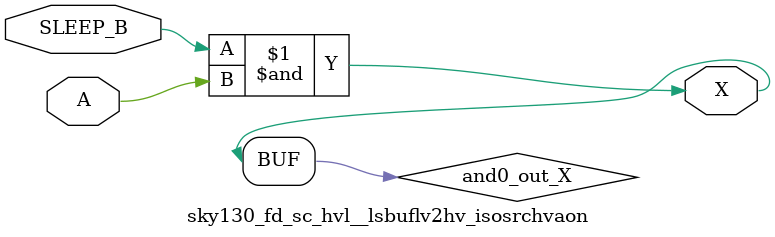
<source format=v>
/*
 * Copyright 2020 The SkyWater PDK Authors
 *
 * Licensed under the Apache License, Version 2.0 (the "License");
 * you may not use this file except in compliance with the License.
 * You may obtain a copy of the License at
 *
 *     https://www.apache.org/licenses/LICENSE-2.0
 *
 * Unless required by applicable law or agreed to in writing, software
 * distributed under the License is distributed on an "AS IS" BASIS,
 * WITHOUT WARRANTIES OR CONDITIONS OF ANY KIND, either express or implied.
 * See the License for the specific language governing permissions and
 * limitations under the License.
 *
 * SPDX-License-Identifier: Apache-2.0
*/


`ifndef SKY130_FD_SC_HVL__LSBUFLV2HV_ISOSRCHVAON_FUNCTIONAL_V
`define SKY130_FD_SC_HVL__LSBUFLV2HV_ISOSRCHVAON_FUNCTIONAL_V

/**
 * lsbuflv2hv_isosrchvaon: Level shift buffer, low voltage to high
 *                         voltage, isolated well on input buffer,
 *                         inverting sleep mode input, zero power
 *                         sleep mode.
 *
 * Verilog simulation functional model.
 */

`timescale 1ns / 1ps
`default_nettype none

`celldefine
module sky130_fd_sc_hvl__lsbuflv2hv_isosrchvaon (
    X      ,
    A      ,
    SLEEP_B
);

    // Module ports
    output X      ;
    input  A      ;
    input  SLEEP_B;

    // Local signals
    wire SLEEP     ;
    wire and0_out_X;

    //  Name  Output      Other arguments
    not not0 (SLEEP     , SLEEP_B        );
    and and0 (and0_out_X, SLEEP_B, A     );
    buf buf0 (X         , and0_out_X     );

endmodule
`endcelldefine

`default_nettype wire
`endif  // SKY130_FD_SC_HVL__LSBUFLV2HV_ISOSRCHVAON_FUNCTIONAL_V
</source>
